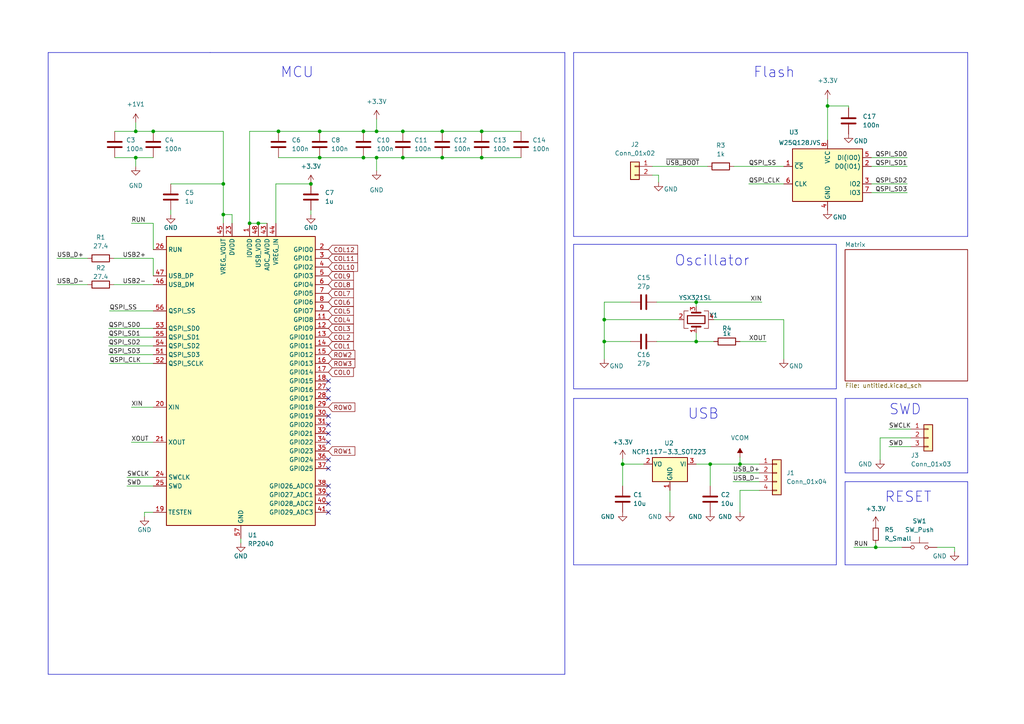
<source format=kicad_sch>
(kicad_sch (version 20230121) (generator eeschema)
  (paper "A4")
  (lib_symbols
    (symbol "Connector_Generic:Conn_01x02" (pin_names (offset 1.016) hide)
      (property "Reference" "J" (at 0 2.54 0))
      (property "Value" "Conn_01x02" (at 0 -5.08 0))
      (symbol "Conn_01x02_1_1"
        (rectangle (start -1.27 -2.413) (end 0 -2.667) (stroke (width 0.1524)))
        (rectangle (start -1.27 0.127) (end 0 -0.127) (stroke (width 0.1524)))
        (rectangle (start -1.27 1.27) (end 1.27 -3.81) (stroke (width 0.254)) (fill (type background)))
        (pin passive line (at -5.08 0 0) (length 3.81) (name "Pin_1") (number "1"))
        (pin passive line (at -5.08 -2.54 0) (length 3.81) (name "Pin_2") (number "2"))
      )
    )
    (symbol "Connector_Generic:Conn_01x03" (pin_names (offset 1.016) hide)
      (property "Reference" "J" (at 0 5.08 0))
      (property "Value" "Conn_01x03" (at 0 -5.08 0))
      (symbol "Conn_01x03_1_1"
        (rectangle (start -1.27 -2.413) (end 0 -2.667) (stroke (width 0.1524)))
        (rectangle (start -1.27 0.127) (end 0 -0.127) (stroke (width 0.1524)))
        (rectangle (start -1.27 2.667) (end 0 2.413) (stroke (width 0.1524)))
        (rectangle (start -1.27 3.81) (end 1.27 -3.81) (stroke (width 0.254)) (fill (type background)))
        (pin passive line (at -5.08 2.54 0) (length 3.81) (name "Pin_1") (number "1"))
        (pin passive line (at -5.08 0 0) (length 3.81) (name "Pin_2") (number "2"))
        (pin passive line (at -5.08 -2.54 0) (length 3.81) (name "Pin_3") (number "3"))
      )
    )
    (symbol "Connector_Generic:Conn_01x04" (pin_names (offset 1.016) hide)
      (property "Reference" "J" (at 0 5.08 0))
      (property "Value" "Conn_01x04" (at 0 -7.62 0))
      (symbol "Conn_01x04_1_1"
        (rectangle (start -1.27 -4.953) (end 0 -5.207) (stroke (width 0.1524)))
        (rectangle (start -1.27 -2.413) (end 0 -2.667) (stroke (width 0.1524)))
        (rectangle (start -1.27 0.127) (end 0 -0.127) (stroke (width 0.1524)))
        (rectangle (start -1.27 2.667) (end 0 2.413) (stroke (width 0.1524)))
        (rectangle (start -1.27 3.81) (end 1.27 -6.35) (stroke (width 0.254)) (fill (type background)))
        (pin passive line (at -5.08 2.54 0) (length 3.81) (name "Pin_1") (number "1"))
        (pin passive line (at -5.08 0 0) (length 3.81) (name "Pin_2") (number "2"))
        (pin passive line (at -5.08 -2.54 0) (length 3.81) (name "Pin_3") (number "3"))
        (pin passive line (at -5.08 -5.08 0) (length 3.81) (name "Pin_4") (number "4"))
      )
    )
    (symbol "Device:C" (pin_numbers hide) (pin_names (offset 0.254))
      (property "Reference" "C" (at 0.635 2.54 0))
      (property "Value" "C" (at 0.635 -2.54 0))
      (symbol "C_0_1"
        (polyline (pts (xy -2.032 -0.762) (xy 2.032 -0.762)) (stroke (width 0.508)))
        (polyline (pts (xy -2.032 0.762) (xy 2.032 0.762)) (stroke (width 0.508)))
      )
      (symbol "C_1_1"
        (pin passive line (at 0 3.81 270) (length 2.794) (name "~") (number "1"))
        (pin passive line (at 0 -3.81 90) (length 2.794) (name "~") (number "2"))
      )
    )
    (symbol "Device:Crystal_GND24" (pin_names (offset 1.016) hide)
      (property "Reference" "Y" (at 3.175 5.08 0))
      (property "Value" "Crystal_GND24" (at 3.175 3.175 0))
      (symbol "Crystal_GND24_0_1"
        (rectangle (start -1.143 2.54) (end 1.143 -2.54) (stroke (width 0.3048)))
        (polyline (pts (xy -2.54 0) (xy -2.032 0)))
        (polyline (pts (xy -2.032 -1.27) (xy -2.032 1.27)) (stroke (width 0.508)))
        (polyline (pts (xy 0 -3.81) (xy 0 -3.556)))
        (polyline (pts (xy 0 3.556) (xy 0 3.81)))
        (polyline (pts (xy 2.032 -1.27) (xy 2.032 1.27)) (stroke (width 0.508)))
        (polyline (pts (xy 2.032 0) (xy 2.54 0)))
        (polyline (pts (xy -2.54 -2.286) (xy -2.54 -3.556) (xy 2.54 -3.556) (xy 2.54 -2.286)))
        (polyline (pts (xy -2.54 2.286) (xy -2.54 3.556) (xy 2.54 3.556) (xy 2.54 2.286)))
      )
      (symbol "Crystal_GND24_1_1"
        (pin passive line (at -3.81 0 0) (length 1.27) (name "1") (number "1"))
        (pin passive line (at 0 5.08 270) (length 1.27) (name "2") (number "2"))
        (pin passive line (at 3.81 0 180) (length 1.27) (name "3") (number "3"))
        (pin passive line (at 0 -5.08 90) (length 1.27) (name "4") (number "4"))
      )
    )
    (symbol "Device:R" (pin_numbers hide) (pin_names (offset 0))
      (property "Reference" "R" (at 2.032 0 90))
      (property "Value" "R" (at 0 0 90))
      (symbol "R_0_1"
        (rectangle (start -1.016 -2.54) (end 1.016 2.54) (stroke (width 0.254)))
      )
      (symbol "R_1_1"
        (pin passive line (at 0 3.81 270) (length 1.27) (name "~") (number "1"))
        (pin passive line (at 0 -3.81 90) (length 1.27) (name "~") (number "2"))
      )
    )
    (symbol "Device:R_Small" (pin_numbers hide) (pin_names (offset 0.254) hide)
      (property "Reference" "R" (at 0.762 0.508 0))
      (property "Value" "R_Small" (at 0.762 -1.016 0))
      (symbol "R_Small_0_1"
        (rectangle (start -0.762 1.778) (end 0.762 -1.778) (stroke (width 0.2032)))
      )
      (symbol "R_Small_1_1"
        (pin passive line (at 0 2.54 270) (length 0.762) (name "~") (number "1"))
        (pin passive line (at 0 -2.54 90) (length 0.762) (name "~") (number "2"))
      )
    )
    (symbol "MCU_RaspberryPi:RP2040"
      (property "Reference" "U" (at 17.78 45.72 0))
      (property "Value" "RP2040" (at 17.78 43.18 0))
      (symbol "RP2040_0_1"
        (rectangle (start -21.59 41.91) (end 21.59 -41.91) (stroke (width 0.254)) (fill (type background)))
      )
      (symbol "RP2040_1_1"
        (pin power_in line (at 2.54 45.72 270) (length 3.81) (name "IOVDD") (number "1"))
        (pin passive line (at 2.54 45.72 270) (length 3.81) hide (name "IOVDD") (number "10"))
        (pin bidirectional line (at 25.4 17.78 180) (length 3.81) (name "GPIO8") (number "11"))
        (pin bidirectional line (at 25.4 15.24 180) (length 3.81) (name "GPIO9") (number "12"))
        (pin bidirectional line (at 25.4 12.7 180) (length 3.81) (name "GPIO10") (number "13"))
        (pin bidirectional line (at 25.4 10.16 180) (length 3.81) (name "GPIO11") (number "14"))
        (pin bidirectional line (at 25.4 7.62 180) (length 3.81) (name "GPIO12") (number "15"))
        (pin bidirectional line (at 25.4 5.08 180) (length 3.81) (name "GPIO13") (number "16"))
        (pin bidirectional line (at 25.4 2.54 180) (length 3.81) (name "GPIO14") (number "17"))
        (pin bidirectional line (at 25.4 0 180) (length 3.81) (name "GPIO15") (number "18"))
        (pin input line (at -25.4 -38.1 0) (length 3.81) (name "TESTEN") (number "19"))
        (pin bidirectional line (at 25.4 38.1 180) (length 3.81) (name "GPIO0") (number "2"))
        (pin input line (at -25.4 -7.62 0) (length 3.81) (name "XIN") (number "20"))
        (pin passive line (at -25.4 -17.78 0) (length 3.81) (name "XOUT") (number "21"))
        (pin passive line (at 2.54 45.72 270) (length 3.81) hide (name "IOVDD") (number "22"))
        (pin power_in line (at -2.54 45.72 270) (length 3.81) (name "DVDD") (number "23"))
        (pin output line (at -25.4 -27.94 0) (length 3.81) (name "SWCLK") (number "24"))
        (pin bidirectional line (at -25.4 -30.48 0) (length 3.81) (name "SWD") (number "25"))
        (pin input line (at -25.4 38.1 0) (length 3.81) (name "RUN") (number "26"))
        (pin bidirectional line (at 25.4 -2.54 180) (length 3.81) (name "GPIO16") (number "27"))
        (pin bidirectional line (at 25.4 -5.08 180) (length 3.81) (name "GPIO17") (number "28"))
        (pin bidirectional line (at 25.4 -7.62 180) (length 3.81) (name "GPIO18") (number "29"))
        (pin bidirectional line (at 25.4 35.56 180) (length 3.81) (name "GPIO1") (number "3"))
        (pin bidirectional line (at 25.4 -10.16 180) (length 3.81) (name "GPIO19") (number "30"))
        (pin bidirectional line (at 25.4 -12.7 180) (length 3.81) (name "GPIO20") (number "31"))
        (pin bidirectional line (at 25.4 -15.24 180) (length 3.81) (name "GPIO21") (number "32"))
        (pin passive line (at 2.54 45.72 270) (length 3.81) hide (name "IOVDD") (number "33"))
        (pin bidirectional line (at 25.4 -17.78 180) (length 3.81) (name "GPIO22") (number "34"))
        (pin bidirectional line (at 25.4 -20.32 180) (length 3.81) (name "GPIO23") (number "35"))
        (pin bidirectional line (at 25.4 -22.86 180) (length 3.81) (name "GPIO24") (number "36"))
        (pin bidirectional line (at 25.4 -25.4 180) (length 3.81) (name "GPIO25") (number "37"))
        (pin bidirectional line (at 25.4 -30.48 180) (length 3.81) (name "GPIO26_ADC0") (number "38"))
        (pin bidirectional line (at 25.4 -33.02 180) (length 3.81) (name "GPIO27_ADC1") (number "39"))
        (pin bidirectional line (at 25.4 33.02 180) (length 3.81) (name "GPIO2") (number "4"))
        (pin bidirectional line (at 25.4 -35.56 180) (length 3.81) (name "GPIO28_ADC2") (number "40"))
        (pin bidirectional line (at 25.4 -38.1 180) (length 3.81) (name "GPIO29_ADC3") (number "41"))
        (pin passive line (at 2.54 45.72 270) (length 3.81) hide (name "IOVDD") (number "42"))
        (pin power_in line (at 7.62 45.72 270) (length 3.81) (name "ADC_AVDD") (number "43"))
        (pin power_in line (at 10.16 45.72 270) (length 3.81) (name "VREG_IN") (number "44"))
        (pin power_out line (at -5.08 45.72 270) (length 3.81) (name "VREG_VOUT") (number "45"))
        (pin bidirectional line (at -25.4 27.94 0) (length 3.81) (name "USB_DM") (number "46"))
        (pin bidirectional line (at -25.4 30.48 0) (length 3.81) (name "USB_DP") (number "47"))
        (pin power_in line (at 5.08 45.72 270) (length 3.81) (name "USB_VDD") (number "48"))
        (pin passive line (at 2.54 45.72 270) (length 3.81) hide (name "IOVDD") (number "49"))
        (pin bidirectional line (at 25.4 30.48 180) (length 3.81) (name "GPIO3") (number "5"))
        (pin passive line (at -2.54 45.72 270) (length 3.81) hide (name "DVDD") (number "50"))
        (pin bidirectional line (at -25.4 7.62 0) (length 3.81) (name "QSPI_SD3") (number "51"))
        (pin output line (at -25.4 5.08 0) (length 3.81) (name "QSPI_SCLK") (number "52"))
        (pin bidirectional line (at -25.4 15.24 0) (length 3.81) (name "QSPI_SD0") (number "53"))
        (pin bidirectional line (at -25.4 10.16 0) (length 3.81) (name "QSPI_SD2") (number "54"))
        (pin bidirectional line (at -25.4 12.7 0) (length 3.81) (name "QSPI_SD1") (number "55"))
        (pin bidirectional line (at -25.4 20.32 0) (length 3.81) (name "QSPI_SS") (number "56"))
        (pin power_in line (at 0 -45.72 90) (length 3.81) (name "GND") (number "57"))
        (pin bidirectional line (at 25.4 27.94 180) (length 3.81) (name "GPIO4") (number "6"))
        (pin bidirectional line (at 25.4 25.4 180) (length 3.81) (name "GPIO5") (number "7"))
        (pin bidirectional line (at 25.4 22.86 180) (length 3.81) (name "GPIO6") (number "8"))
        (pin bidirectional line (at 25.4 20.32 180) (length 3.81) (name "GPIO7") (number "9"))
      )
    )
    (symbol "Memory_Flash:W25Q128JVS"
      (property "Reference" "U" (at -8.89 8.89 0))
      (property "Value" "W25Q128JVS" (at 7.62 8.89 0))
      (symbol "W25Q128JVS_0_1"
        (rectangle (start -10.16 7.62) (end 10.16 -7.62) (stroke (width 0.254)) (fill (type background)))
      )
      (symbol "W25Q128JVS_1_1"
        (pin input line (at -12.7 2.54 0) (length 2.54) (name "~{CS}") (number "1"))
        (pin bidirectional line (at 12.7 2.54 180) (length 2.54) (name "DO(IO1)") (number "2"))
        (pin bidirectional line (at 12.7 -2.54 180) (length 2.54) (name "IO2") (number "3"))
        (pin power_in line (at 0 -10.16 90) (length 2.54) (name "GND") (number "4"))
        (pin bidirectional line (at 12.7 5.08 180) (length 2.54) (name "DI(IO0)") (number "5"))
        (pin input line (at -12.7 -2.54 0) (length 2.54) (name "CLK") (number "6"))
        (pin bidirectional line (at 12.7 -5.08 180) (length 2.54) (name "IO3") (number "7"))
        (pin power_in line (at 0 10.16 270) (length 2.54) (name "VCC") (number "8"))
      )
    )
    (symbol "Regulator_Linear:NCP1117-3.3_SOT223" (pin_names (offset 0.254))
      (property "Reference" "U" (at -3.81 3.175 0))
      (property "Value" "NCP1117-3.3_SOT223" (at 0 3.175 0))
      (symbol "NCP1117-3.3_SOT223_0_1"
        (rectangle (start -5.08 -5.08) (end 5.08 1.905) (stroke (width 0.254)) (fill (type background)))
      )
      (symbol "NCP1117-3.3_SOT223_1_1"
        (pin power_in line (at 0 -7.62 90) (length 2.54) (name "GND") (number "1"))
        (pin power_out line (at 7.62 0 180) (length 2.54) (name "VO") (number "2"))
        (pin power_in line (at -7.62 0 0) (length 2.54) (name "VI") (number "3"))
      )
    )
    (symbol "Switch:SW_Push" (pin_numbers hide) (pin_names (offset 1.016) hide)
      (property "Reference" "SW" (at 1.27 2.54 0))
      (property "Value" "SW_Push" (at 0 -1.524 0))
      (symbol "SW_Push_0_1"
        (circle (center -2.032 0) (radius 0.508))
        (polyline (pts (xy 0 1.27) (xy 0 3.048)))
        (polyline (pts (xy 2.54 1.27) (xy -2.54 1.27)))
        (circle (center 2.032 0) (radius 0.508))
        (pin passive line (at -5.08 0 0) (length 2.54) (name "1") (number "1"))
        (pin passive line (at 5.08 0 180) (length 2.54) (name "2") (number "2"))
      )
    )
    (symbol "power:+1V1" (power) (pin_names (offset 0))
      (property "Value" "+1V1" (at 0 3.556 0))
      (symbol "+1V1_0_1"
        (polyline (pts (xy -0.762 1.27) (xy 0 2.54)))
        (polyline (pts (xy 0 0) (xy 0 2.54)))
        (polyline (pts (xy 0 2.54) (xy 0.762 1.27)))
      )
      (symbol "+1V1_1_1"
        (pin power_in line (at 0 0 90) (length 0) hide (name "+1V1") (number "1"))
      )
    )
    (symbol "power:+3.3V" (power) (pin_names (offset 0))
      (property "Value" "+3.3V" (at 0 3.556 0))
      (symbol "+3.3V_0_1"
        (polyline (pts (xy -0.762 1.27) (xy 0 2.54)))
        (polyline (pts (xy 0 0) (xy 0 2.54)))
        (polyline (pts (xy 0 2.54) (xy 0.762 1.27)))
      )
      (symbol "+3.3V_1_1"
        (pin power_in line (at 0 0 90) (length 0) hide (name "+3.3V") (number "1"))
      )
    )
    (symbol "power:GND" (power) (pin_names (offset 0))
      (property "Value" "GND" (at 0 -3.81 0))
      (symbol "GND_0_1"
        (polyline (pts (xy 0 0) (xy 0 -1.27) (xy 1.27 -1.27) (xy 0 -2.54) (xy -1.27 -1.27) (xy 0 -1.27)))
      )
      (symbol "GND_1_1"
        (pin power_in line (at 0 0 270) (length 0) hide (name "GND") (number "1"))
      )
    )
    (symbol "power:VCOM" (power) (pin_names (offset 0))
      (property "Value" "VCOM" (at 0 3.81 0))
      (symbol "VCOM_0_1"
        (polyline (pts (xy 0 0) (xy 0 2.54)))
        (polyline (pts (xy 0.762 1.27) (xy -0.762 1.27) (xy 0 2.54) (xy 0.762 1.27)) (fill (type outline)))
      )
      (symbol "VCOM_1_1"
        (pin power_in line (at 0 0 90) (length 0) hide (name "VCOM") (number "1"))
      )
    )
  )
  (junction (at 254 158.75))
  (junction (at 39.37 38.1))
  (junction (at 139.7 45.72))
  (junction (at 201.93 87.63))
  (junction (at 105.41 45.72))
  (junction (at 92.71 38.1))
  (junction (at 116.84 45.72))
  (junction (at 128.27 45.72))
  (junction (at 64.77 53.34))
  (junction (at 128.27 38.1))
  (junction (at 201.93 99.06))
  (junction (at 139.7 38.1))
  (junction (at 205.994 134.62))
  (junction (at 64.77 62.23))
  (junction (at 175.26 99.06))
  (junction (at 116.84 38.1))
  (junction (at 175.26 92.71))
  (junction (at 74.93 64.77))
  (junction (at 180.594 134.62))
  (junction (at 92.71 45.72))
  (junction (at 80.772 38.1))
  (junction (at 240.03 30.734))
  (junction (at 90.17 53.34))
  (junction (at 214.63 134.62))
  (junction (at 72.39 64.77))
  (junction (at 109.22 38.1))
  (junction (at 109.22 45.72))
  (junction (at 44.45 38.1))
  (junction (at 105.41 38.1))
  (junction (at 39.37 45.72))
  (no_connect (at 95.25 146.05))
  (no_connect (at 95.25 143.51))
  (no_connect (at 95.25 110.49))
  (no_connect (at 95.25 125.73))
  (no_connect (at 95.25 128.27))
  (no_connect (at 95.25 133.35))
  (no_connect (at 95.25 123.19))
  (no_connect (at 95.25 148.59))
  (no_connect (at 95.25 140.97))
  (no_connect (at 95.25 135.89))
  (no_connect (at 95.25 113.03))
  (no_connect (at 95.25 120.65))
  (no_connect (at 95.25 115.57))
  (wire (pts (xy 36.83 140.97) (xy 44.45 140.97)))
  (wire (pts (xy 39.37 45.72) (xy 44.45 45.72)))
  (wire (pts (xy 240.03 30.734) (xy 246.126 30.734)))
  (wire (pts (xy 252.73 45.72) (xy 263.144 45.72)))
  (wire (pts (xy 252.73 55.88) (xy 263.144 55.88)))
  (wire (pts (xy 69.85 157.48) (xy 69.85 156.21)))
  (wire (pts (xy 212.852 48.26) (xy 227.33 48.26)))
  (polyline (pts (xy 280.67 68.58) (xy 166.37 68.58)))
  (wire (pts (xy 31.496 102.87) (xy 44.45 102.87)))
  (polyline (pts (xy 245.11 137.16) (xy 280.67 137.16)))
  (wire (pts (xy 116.84 45.72) (xy 128.27 45.72)))
  (wire (pts (xy 214.63 142.24) (xy 220.218 142.24)))
  (wire (pts (xy 80.01 53.34) (xy 90.17 53.34)))
  (wire (pts (xy 214.63 148.59) (xy 214.63 142.24)))
  (wire (pts (xy 16.51 74.93) (xy 25.4 74.93)))
  (wire (pts (xy 109.22 49.53) (xy 109.22 45.72)))
  (wire (pts (xy 44.45 148.59) (xy 41.91 148.59)))
  (wire (pts (xy 31.75 105.41) (xy 44.45 105.41)))
  (wire (pts (xy 31.496 100.33) (xy 44.45 100.33)))
  (wire (pts (xy 257.81 124.46) (xy 264.16 124.46)))
  (wire (pts (xy 36.83 138.43) (xy 44.45 138.43)))
  (wire (pts (xy 212.598 139.7) (xy 220.218 139.7)))
  (wire (pts (xy 175.26 92.71) (xy 175.26 99.06)))
  (wire (pts (xy 64.77 64.77) (xy 64.77 62.23)))
  (wire (pts (xy 39.37 35.56) (xy 39.37 38.1)))
  (wire (pts (xy 214.63 99.06) (xy 222.25 99.06)))
  (polyline (pts (xy 166.37 115.57) (xy 242.57 115.57)))
  (wire (pts (xy 72.39 64.77) (xy 74.93 64.77)))
  (wire (pts (xy 201.93 99.06) (xy 190.5 99.06)))
  (wire (pts (xy 64.77 62.23) (xy 64.77 53.34)))
  (polyline (pts (xy 280.67 163.83) (xy 280.67 139.7)))
  (wire (pts (xy 217.17 53.34) (xy 227.33 53.34)))
  (polyline (pts (xy 245.11 163.83) (xy 280.67 163.83)))
  (wire (pts (xy 276.86 158.75) (xy 271.78 158.75)))
  (polyline (pts (xy 242.57 70.866) (xy 242.57 112.776)))
  (wire (pts (xy 72.39 64.77) (xy 72.39 38.1)))
  (wire (pts (xy 139.7 38.1) (xy 151.13 38.1)))
  (wire (pts (xy 201.93 88.9) (xy 201.93 87.63)))
  (wire (pts (xy 175.26 87.63) (xy 175.26 92.71)))
  (wire (pts (xy 247.65 158.75) (xy 254 158.75)))
  (polyline (pts (xy 60.96 15.24) (xy 13.97 15.24)))
  (wire (pts (xy 33.274 38.1) (xy 39.37 38.1)))
  (wire (pts (xy 180.594 133.096) (xy 180.594 134.62)))
  (wire (pts (xy 201.93 96.52) (xy 201.93 99.06)))
  (wire (pts (xy 39.37 45.72) (xy 39.37 48.26)))
  (wire (pts (xy 67.31 64.77) (xy 67.31 62.23)))
  (polyline (pts (xy 13.97 15.24) (xy 13.97 195.58)))
  (polyline (pts (xy 166.37 163.83) (xy 242.57 163.83)))
  (wire (pts (xy 175.26 92.71) (xy 196.85 92.71)))
  (wire (pts (xy 74.93 64.77) (xy 77.47 64.77)))
  (wire (pts (xy 31.496 97.79) (xy 44.45 97.79)))
  (wire (pts (xy 252.73 53.34) (xy 263.144 53.34)))
  (wire (pts (xy 201.93 87.63) (xy 220.98 87.63)))
  (wire (pts (xy 220.218 134.62) (xy 214.63 134.62)))
  (wire (pts (xy 39.37 38.1) (xy 44.45 38.1)))
  (wire (pts (xy 246.126 30.734) (xy 246.126 31.242)))
  (wire (pts (xy 92.71 38.1) (xy 105.41 38.1)))
  (wire (pts (xy 31.496 95.25) (xy 44.45 95.25)))
  (wire (pts (xy 64.77 53.34) (xy 49.53 53.34)))
  (wire (pts (xy 257.81 129.54) (xy 264.16 129.54)))
  (wire (pts (xy 105.41 45.72) (xy 109.22 45.72)))
  (wire (pts (xy 128.27 38.1) (xy 139.7 38.1)))
  (wire (pts (xy 72.39 38.1) (xy 80.772 38.1)))
  (wire (pts (xy 33.02 82.55) (xy 44.45 82.55)))
  (polyline (pts (xy 280.67 137.16) (xy 280.67 115.57)))
  (wire (pts (xy 80.01 64.77) (xy 80.01 53.34)))
  (wire (pts (xy 201.93 134.62) (xy 205.994 134.62)))
  (wire (pts (xy 212.598 137.16) (xy 220.218 137.16)))
  (wire (pts (xy 254 157.48) (xy 254 158.75)))
  (wire (pts (xy 180.594 134.62) (xy 186.69 134.62)))
  (wire (pts (xy 128.27 45.72) (xy 139.7 45.72)))
  (polyline (pts (xy 13.97 195.58) (xy 163.83 195.58)))
  (wire (pts (xy 16.51 82.55) (xy 25.4 82.55)))
  (wire (pts (xy 205.994 140.97) (xy 205.994 134.62)))
  (wire (pts (xy 80.772 38.1) (xy 92.71 38.1)))
  (polyline (pts (xy 60.96 15.24) (xy 163.83 15.24)))
  (wire (pts (xy 109.22 38.1) (xy 116.84 38.1)))
  (wire (pts (xy 276.86 160.02) (xy 276.86 158.75)))
  (polyline (pts (xy 242.57 163.83) (xy 242.57 115.57)))
  (wire (pts (xy 255.27 133.35) (xy 255.27 127)))
  (wire (pts (xy 207.01 92.71) (xy 227.33 92.71)))
  (wire (pts (xy 38.1 118.11) (xy 44.45 118.11)))
  (wire (pts (xy 189.23 50.8) (xy 191.008 50.8)))
  (wire (pts (xy 175.26 99.06) (xy 182.88 99.06)))
  (wire (pts (xy 252.73 48.26) (xy 263.144 48.26)))
  (polyline (pts (xy 166.37 15.24) (xy 166.37 68.58)))
  (polyline (pts (xy 245.11 115.57) (xy 245.11 137.16)))
  (wire (pts (xy 38.1 128.27) (xy 44.45 128.27)))
  (wire (pts (xy 64.77 53.34) (xy 64.77 38.1)))
  (polyline (pts (xy 166.37 15.24) (xy 280.67 15.24)))
  (wire (pts (xy 139.7 45.72) (xy 151.13 45.72)))
  (wire (pts (xy 189.23 48.26) (xy 205.232 48.26)))
  (polyline (pts (xy 166.37 115.57) (xy 166.37 163.83)))
  (wire (pts (xy 201.93 99.06) (xy 207.01 99.06)))
  (polyline (pts (xy 242.57 112.776) (xy 166.37 112.776)))
  (wire (pts (xy 33.274 45.72) (xy 39.37 45.72)))
  (wire (pts (xy 109.22 45.72) (xy 116.84 45.72)))
  (wire (pts (xy 92.71 45.72) (xy 105.41 45.72)))
  (wire (pts (xy 240.03 28.702) (xy 240.03 30.734)))
  (wire (pts (xy 116.84 38.1) (xy 128.27 38.1)))
  (wire (pts (xy 194.31 142.24) (xy 194.31 148.59)))
  (polyline (pts (xy 245.11 139.7) (xy 280.67 139.7)))
  (wire (pts (xy 90.17 60.96) (xy 90.17 62.23)))
  (wire (pts (xy 214.63 134.62) (xy 205.994 134.62)))
  (wire (pts (xy 201.93 87.63) (xy 190.5 87.63)))
  (wire (pts (xy 255.27 127) (xy 264.16 127)))
  (wire (pts (xy 49.53 60.96) (xy 49.53 62.23)))
  (wire (pts (xy 227.33 92.71) (xy 227.33 104.14)))
  (wire (pts (xy 31.75 90.17) (xy 44.45 90.17)))
  (wire (pts (xy 214.63 134.62) (xy 214.63 132.588)))
  (wire (pts (xy 182.88 87.63) (xy 175.26 87.63)))
  (wire (pts (xy 109.22 34.544) (xy 109.22 38.1)))
  (wire (pts (xy 175.26 99.06) (xy 175.26 104.14)))
  (polyline (pts (xy 166.37 70.866) (xy 242.57 70.866)))
  (wire (pts (xy 44.45 80.01) (xy 44.45 74.93)))
  (wire (pts (xy 80.772 45.72) (xy 92.71 45.72)))
  (wire (pts (xy 254 158.75) (xy 261.62 158.75)))
  (polyline (pts (xy 245.11 139.7) (xy 245.11 163.83)))
  (wire (pts (xy 41.91 148.59) (xy 41.91 149.86)))
  (wire (pts (xy 191.008 50.8) (xy 191.008 52.832)))
  (polyline (pts (xy 280.67 15.24) (xy 280.67 68.58)))
  (wire (pts (xy 180.594 134.62) (xy 180.594 140.97)))
  (wire (pts (xy 38.1 64.77) (xy 44.45 64.77)))
  (wire (pts (xy 240.03 30.734) (xy 240.03 40.64)))
  (polyline (pts (xy 163.83 195.58) (xy 163.83 15.24)))
  (wire (pts (xy 64.77 38.1) (xy 44.45 38.1)))
  (polyline (pts (xy 166.37 70.866) (xy 166.37 112.776)))
  (polyline (pts (xy 245.11 115.57) (xy 280.67 115.57)))
  (wire (pts (xy 105.41 38.1) (xy 109.22 38.1)))
  (wire (pts (xy 64.77 62.23) (xy 67.31 62.23)))
  (wire (pts (xy 44.45 74.93) (xy 33.02 74.93)))
  (wire (pts (xy 44.45 64.77) (xy 44.45 72.39)))
  (text "MCU" (at 81.28 22.86 0) (effects (font (size 3 3)) (justify left bottom)))
  (text "SWD" (at 257.81 120.65 0) (effects (font (size 3 3)) (justify left bottom)))
  (text "RESET" (at 256.54 146.05 0) (effects (font (size 3 3)) (justify left bottom)))
  (text "Oscillator" (at 195.58 77.47 0) (effects (font (size 3 3)) (justify left bottom)))
  (text "USB" (at 199.39 121.92 0) (effects (font (size 3 3)) (justify left bottom)))
  (text "Flash" (at 218.44 22.86 0) (effects (font (size 3 3)) (justify left bottom)))
  (label "QSPI_SD1" (at 263.144 48.26 180))
  (label "SWCLK" (at 36.83 138.43 0))
  (label "QSPI_CLK" (at 217.17 53.34 0))
  (label "QSPI_SD2" (at 263.144 53.34 180))
  (label "QSPI_SD1" (at 31.496 97.79 0))
  (label "RUN" (at 38.1 64.77 0))
  (label "SWD" (at 36.83 140.97 0))
  (label "QSPI_SS" (at 217.17 48.26 0))
  (label "USB_D+" (at 16.51 74.93 0))
  (label "USB_D+" (at 212.598 137.16 0))
  (label "RUN" (at 247.65 158.75 0))
  (label "QSPI_CLK" (at 31.75 105.41 0))
  (label "XIN" (at 220.98 87.63 180))
  (label "QSPI_SD3" (at 31.496 102.87 0))
  (label "SWD" (at 257.81 129.54 0))
  (label "USB_D-" (at 16.51 82.55 0))
  (label "QSPI_SD0" (at 31.496 95.25 0))
  (label "XOUT" (at 222.25 99.06 180))
  (label "USB_D-" (at 212.598 139.7 0))
  (label "QSPI_SS" (at 31.75 90.17 0))
  (label "QSPI_SD2" (at 31.496 100.33 0))
  (label "QSPI_SD0" (at 263.144 45.72 180))
  (label "XOUT" (at 38.1 128.27 0))
  (label "USB2+" (at 35.56 74.93 0))
  (label "~{USB_BOOT}" (at 193.04 48.26 0))
  (label "XIN" (at 38.1 118.11 0))
  (label "QSPI_SD3" (at 263.144 55.88 180))
  (label "USB2-" (at 35.56 82.55 0))
  (label "SWCLK" (at 257.81 124.46 0))
  (global_label "COL12" (shape input) (at 95.25 72.39 0) (property "Intersheetrefs" "${INTERSHEET_REFS}" (effects hide)))
  (global_label "COL2" (shape input) (at 95.25 97.79 0) (property "Intersheetrefs" "${INTERSHEET_REFS}" (effects hide)))
  (global_label "COL3" (shape input) (at 95.25 95.25 0) (property "Intersheetrefs" "${INTERSHEET_REFS}" (effects hide)))
  (global_label "COL4" (shape input) (at 95.25 92.71 0) (property "Intersheetrefs" "${INTERSHEET_REFS}" (effects hide)))
  (global_label "COL0" (shape input) (at 95.25 107.95 0) (property "Intersheetrefs" "${INTERSHEET_REFS}" (effects hide)))
  (global_label "COL11" (shape input) (at 95.25 74.93 0) (property "Intersheetrefs" "${INTERSHEET_REFS}" (effects hide)))
  (global_label "COL7" (shape input) (at 95.25 85.09 0) (property "Intersheetrefs" "${INTERSHEET_REFS}" (effects hide)))
  (global_label "COL1" (shape input) (at 95.25 100.33 0) (property "Intersheetrefs" "${INTERSHEET_REFS}" (effects hide)))
  (global_label "ROW3" (shape input) (at 95.25 105.41 0) (property "Intersheetrefs" "${INTERSHEET_REFS}" (effects hide)))
  (global_label "COL5" (shape input) (at 95.25 90.17 0) (property "Intersheetrefs" "${INTERSHEET_REFS}" (effects hide)))
  (global_label "COL10" (shape input) (at 95.25 77.47 0) (property "Intersheetrefs" "${INTERSHEET_REFS}" (effects hide)))
  (global_label "COL9" (shape input) (at 95.25 80.01 0) (property "Intersheetrefs" "${INTERSHEET_REFS}" (effects hide)))
  (global_label "COL6" (shape input) (at 95.25 87.63 0) (property "Intersheetrefs" "${INTERSHEET_REFS}" (effects hide)))
  (global_label "ROW1" (shape input) (at 95.25 130.81 0) (property "Intersheetrefs" "${INTERSHEET_REFS}" (effects hide)))
  (global_label "ROW2" (shape input) (at 95.25 102.87 0) (property "Intersheetrefs" "${INTERSHEET_REFS}" (effects hide)))
  (global_label "COL8" (shape input) (at 95.25 82.55 0) (property "Intersheetrefs" "${INTERSHEET_REFS}" (effects hide)))
  (global_label "ROW0" (shape input) (at 95.25 118.11 0) (property "Intersheetrefs" "${INTERSHEET_REFS}" (effects hide)))
  (symbol (lib_id "power:GND") (at 175.26 104.14 0) (unit 1)
    (property "Reference" "#PWR07" (effects hide))
    (property "Value" "GND" (at 178.816 106.172 0))
  )
  (symbol (lib_id "power:GND") (at 194.31 148.59 0) (unit 1)
    (property "Reference" "#PWR0103" (effects hide))
    (property "Value" "GND" (at 192.024 149.8601 0) (effects (justify right)))
  )
  (symbol (lib_id "Device:C") (at 44.45 41.91 0) (unit 1)
    (property "Reference" "C4" (at 47.752 40.6399 0) (effects (justify left)))
    (property "Value" "100n" (at 47.752 43.1799 0) (effects (justify left)))
    (property "Footprint" "Capacitor_SMD:C_0402_1005Metric" (effects hide))
  )
  (symbol (lib_id "Device:C") (at 92.71 41.91 0) (unit 1)
    (property "Reference" "C8" (at 96.012 40.6399 0) (effects (justify left)))
    (property "Value" "100n" (at 96.012 43.1799 0) (effects (justify left)))
    (property "Footprint" "Capacitor_SMD:C_0402_1005Metric" (effects hide))
  )
  (symbol (lib_id "power:+3.3V") (at 240.03 28.702 0) (unit 1)
    (property "Reference" "#PWR09" (effects hide))
    (property "Value" "+3.3V" (at 240.03 23.368 0))
  )
  (symbol (lib_id "Device:C") (at 116.84 41.91 0) (unit 1)
    (property "Reference" "C11" (at 120.142 40.6399 0) (effects (justify left)))
    (property "Value" "100n" (at 120.142 43.1799 0) (effects (justify left)))
    (property "Footprint" "Capacitor_SMD:C_0402_1005Metric" (effects hide))
  )
  (symbol (lib_id "power:+3.3V") (at 109.22 34.544 0) (unit 1)
    (property "Reference" "#PWR05" (effects hide))
    (property "Value" "+3.3V" (at 109.22 29.464 0))
  )
  (symbol (lib_id "power:GND") (at 180.594 148.59 0) (unit 1)
    (property "Reference" "#PWR0104" (effects hide))
    (property "Value" "GND" (at 178.308 149.8601 0) (effects (justify right)))
  )
  (symbol (lib_id "power:GND") (at 109.22 49.53 0) (unit 1)
    (property "Reference" "#PWR06" (effects hide))
    (property "Value" "GND" (at 109.22 55.118 0))
  )
  (symbol (lib_id "Device:C") (at 90.17 57.15 0) (unit 1)
    (property "Reference" "C7" (at 94.234 55.8799 0) (effects (justify left)))
    (property "Value" "1u" (at 94.234 58.4199 0) (effects (justify left)))
    (property "Footprint" "Capacitor_SMD:C_0402_1005Metric" (effects hide))
  )
  (symbol (lib_id "Device:C") (at 180.594 144.78 180) (unit 1)
    (property "Reference" "C1" (at 183.642 143.5099 0) (effects (justify right)))
    (property "Value" "10u" (at 183.642 146.0499 0) (effects (justify right)))
    (property "Footprint" "Capacitor_SMD:C_0402_1005Metric" (effects hide))
  )
  (symbol (lib_id "power:GND") (at 214.63 148.59 0) (unit 1)
    (property "Reference" "#PWR0106" (effects hide))
    (property "Value" "GND" (at 210.312 149.86 0))
  )
  (symbol (lib_id "Device:C") (at 49.53 57.15 0) (unit 1)
    (property "Reference" "C5" (at 53.594 55.8799 0) (effects (justify left)))
    (property "Value" "1u" (at 53.594 58.4199 0) (effects (justify left)))
    (property "Footprint" "Capacitor_SMD:C_0402_1005Metric" (effects hide))
  )
  (symbol (lib_id "power:GND") (at 246.126 38.862 0) (unit 1)
    (property "Reference" "#PWR011" (effects hide))
    (property "Value" "GND" (at 249.682 40.894 0))
  )
  (symbol (lib_id "power:GND") (at 191.008 52.832 0) (unit 1)
    (property "Reference" "#PWR08" (effects hide))
    (property "Value" "GND" (at 194.564 54.864 0))
  )
  (symbol (lib_id "Device:C") (at 105.41 41.91 0) (unit 1)
    (property "Reference" "C10" (at 109.22 40.6399 0) (effects (justify left)))
    (property "Value" "100n" (at 109.22 43.1799 0) (effects (justify left)))
    (property "Footprint" "Capacitor_SMD:C_0402_1005Metric" (effects hide))
  )
  (symbol (lib_id "Switch:SW_Push") (at 266.7 158.75 0) (unit 1)
    (property "Reference" "SW1" (at 266.7 151.13 0))
    (property "Value" "SW_Push" (at 266.7 153.67 0))
    (property "Footprint" "Button_Switch_SMD:SW_SPST_TL3342" (effects hide))
  )
  (symbol (lib_id "power:GND") (at 276.86 160.02 0) (unit 1)
    (property "Reference" "#PWR0110" (effects hide))
    (property "Value" "GND" (at 272.542 161.29 0))
  )
  (symbol (lib_id "power:+3.3V") (at 90.17 53.34 0) (unit 1)
    (property "Reference" "#PWR0107" (effects hide))
    (property "Value" "+3.3V" (at 90.17 48.26 0))
  )
  (symbol (lib_id "Device:C") (at 33.274 41.91 0) (unit 1)
    (property "Reference" "C3" (at 36.576 40.6399 0) (effects (justify left)))
    (property "Value" "100n" (at 36.576 43.1799 0) (effects (justify left)))
    (property "Footprint" "Capacitor_SMD:C_0402_1005Metric" (effects hide))
  )
  (symbol (lib_id "MCU_RaspberryPi:RP2040") (at 69.85 110.49 0) (unit 1)
    (property "Reference" "U1" (at 71.8694 155.194 0) (effects (justify left)))
    (property "Value" "RP2040" (at 71.8694 157.734 0) (effects (justify left)))
    (property "Footprint" "Package_DFN_QFN:QFN-56-1EP_7x7mm_P0.4mm_EP3.2x3.2mm" (effects hide))
    (property "Datasheet" "https://datasheets.raspberrypi.com/rp2040/rp2040-datasheet.pdf" (effects hide))
  )
  (symbol (lib_id "Device:R_Small") (at 254 154.94 0) (unit 1)
    (property "Reference" "R5" (at 256.54 153.6699 0) (effects (justify left)))
    (property "Value" "R_Small" (at 256.54 156.2099 0) (effects (justify left)))
    (property "Footprint" "Resistor_SMD:R_0402_1005Metric" (effects hide))
  )
  (symbol (lib_id "Device:R") (at 29.21 74.93 90) (unit 1)
    (property "Reference" "R1" (at 29.21 68.834 90))
    (property "Value" "27.4" (at 29.21 71.374 90))
    (property "Footprint" "Resistor_SMD:R_0402_1005Metric" (effects hide))
  )
  (symbol (lib_id "Device:R") (at 210.82 99.06 90) (unit 1)
    (property "Reference" "R4" (at 210.82 95.25 90))
    (property "Value" "1k" (at 210.82 96.774 90))
    (property "Footprint" "Resistor_SMD:R_0402_1005Metric" (effects hide))
  )
  (symbol (lib_id "power:GND") (at 69.85 157.48 0) (unit 1)
    (property "Reference" "#PWR0108" (effects hide))
    (property "Value" "GND" (at 69.85 161.29 0))
  )
  (symbol (lib_id "Device:C") (at 186.69 87.63 90) (unit 1)
    (property "Reference" "C15" (at 186.69 80.518 90))
    (property "Value" "27p" (at 186.69 83.058 90))
    (property "Footprint" "Capacitor_SMD:C_0402_1005Metric" (effects hide))
  )
  (symbol (lib_id "power:GND") (at 205.994 148.59 0) (unit 1)
    (property "Reference" "#PWR0101" (effects hide))
    (property "Value" "GND" (at 203.708 149.8601 0) (effects (justify right)))
  )
  (symbol (lib_id "Regulator_Linear:NCP1117-3.3_SOT223") (at 194.31 134.62 0) (mirror y) (unit 1)
    (property "Reference" "U2" (at 194.056 128.524 0))
    (property "Value" "NCP1117-3.3_SOT223" (at 194.056 131.064 0))
    (property "Footprint" "Package_TO_SOT_SMD:SOT-223-3_TabPin2" (effects hide))
    (property "Datasheet" "http://www.onsemi.com/pub_link/Collateral/NCP1117-D.PDF" (effects hide))
  )
  (symbol (lib_id "power:GND") (at 41.91 149.86 0) (unit 1)
    (property "Reference" "#PWR0109" (effects hide))
    (property "Value" "GND" (at 41.91 153.67 0))
  )
  (symbol (lib_id "power:+1V1") (at 39.37 35.56 0) (unit 1)
    (property "Reference" "#PWR01" (effects hide))
    (property "Value" "+1V1" (at 39.37 30.226 0))
  )
  (symbol (lib_id "power:GND") (at 227.33 104.14 0) (unit 1)
    (property "Reference" "#PWR0113" (effects hide))
    (property "Value" "GND" (at 230.886 106.172 0))
  )
  (symbol (lib_id "Memory_Flash:W25Q128JVS") (at 240.03 50.8 0) (unit 1)
    (property "Reference" "U3" (at 228.854 38.354 0) (effects (justify left)))
    (property "Value" "W25Q128JVS" (at 225.806 41.402 0) (effects (justify left)))
    (property "Footprint" "Package_SO:SOIC-8_5.23x5.23mm_P1.27mm" (effects hide))
    (property "Datasheet" "http://www.winbond.com/resource-files/w25q128jv_dtr%20revc%2003272018%20plus.pdf" (effects hide))
  )
  (symbol (lib_id "Device:R") (at 209.042 48.26 90) (unit 1)
    (property "Reference" "R3" (at 209.042 42.164 90))
    (property "Value" "1k" (at 209.042 44.704 90))
    (property "Footprint" "Resistor_SMD:R_0402_1005Metric" (effects hide))
  )
  (symbol (lib_id "Device:C") (at 80.772 41.91 0) (unit 1)
    (property "Reference" "C6" (at 84.582 40.6399 0) (effects (justify left)))
    (property "Value" "100n" (at 84.582 43.1799 0) (effects (justify left)))
    (property "Footprint" "Capacitor_SMD:C_0402_1005Metric" (effects hide))
  )
  (symbol (lib_id "Device:C") (at 205.994 144.78 180) (unit 1)
    (property "Reference" "C2" (at 209.042 143.5099 0) (effects (justify right)))
    (property "Value" "10u" (at 209.042 146.0499 0) (effects (justify right)))
    (property "Footprint" "Capacitor_SMD:C_0402_1005Metric" (effects hide))
  )
  (symbol (lib_id "Connector_Generic:Conn_01x04") (at 225.298 137.16 0) (unit 1)
    (property "Reference" "J1" (at 228.092 137.1599 0) (effects (justify left)))
    (property "Value" "Conn_01x04" (at 228.092 139.6999 0) (effects (justify left)))
    (property "Footprint" "ddkb:JST_SH_SM04B-SRSS-TB_04x1.00mm_Angled" (effects hide))
  )
  (symbol (lib_id "power:+3.3V") (at 180.594 133.096 0) (unit 1)
    (property "Reference" "#PWR0102" (effects hide))
    (property "Value" "+3.3V" (at 180.594 128.27 0))
  )
  (symbol (lib_id "Device:C") (at 186.69 99.06 90) (unit 1)
    (property "Reference" "C16" (at 186.69 102.87 90))
    (property "Value" "27p" (at 186.69 105.41 90))
    (property "Footprint" "Capacitor_SMD:C_0402_1005Metric" (effects hide))
  )
  (symbol (lib_id "power:GND") (at 240.03 60.96 0) (unit 1)
    (property "Reference" "#PWR010" (effects hide))
    (property "Value" "GND" (at 243.586 62.992 0))
  )
  (symbol (lib_id "Device:Crystal_GND24") (at 201.93 92.71 90) (unit 1)
    (property "Reference" "Y1" (at 205.74 91.4399 90) (effects (justify right)))
    (property "Value" "YSX321SL" (at 196.85 86.36 90) (effects (justify right)))
    (property "Footprint" "Crystal:Crystal_SMD_3225-4Pin_3.2x2.5mm" (effects hide))
  )
  (symbol (lib_id "Connector_Generic:Conn_01x03") (at 269.24 127 0) (unit 1)
    (property "Reference" "J3" (at 264.16 132.08 0) (effects (justify left)))
    (property "Value" "Conn_01x03" (at 264.16 134.62 0) (effects (justify left)))
    (property "Footprint" "Connector_PinHeader_2.54mm:PinHeader_1x03_P2.54mm_Vertical" (effects hide))
  )
  (symbol (lib_id "Device:C") (at 128.27 41.91 0) (unit 1)
    (property "Reference" "C12" (at 131.572 40.6399 0) (effects (justify left)))
    (property "Value" "100n" (at 131.572 43.1799 0) (effects (justify left)))
    (property "Footprint" "Capacitor_SMD:C_0402_1005Metric" (effects hide))
  )
  (symbol (lib_id "Connector_Generic:Conn_01x02") (at 184.15 48.26 0) (mirror y) (unit 1)
    (property "Reference" "J2" (at 184.15 41.91 0))
    (property "Value" "Conn_01x02" (at 184.15 44.45 0))
    (property "Footprint" "Button_Switch_SMD:SW_SPST_CK_RS282G05A3" (effects hide))
  )
  (symbol (lib_id "Device:C") (at 246.126 35.052 0) (unit 1)
    (property "Reference" "C17" (at 250.19 33.7819 0) (effects (justify left)))
    (property "Value" "100n" (at 250.19 36.3219 0) (effects (justify left)))
    (property "Footprint" "Capacitor_SMD:C_0402_1005Metric" (effects hide))
  )
  (symbol (lib_id "Device:R") (at 29.21 82.55 90) (unit 1)
    (property "Reference" "R2" (at 29.21 77.724 90))
    (property "Value" "27.4" (at 29.21 80.264 90))
    (property "Footprint" "Resistor_SMD:R_0402_1005Metric" (effects hide))
  )
  (symbol (lib_id "Device:C") (at 151.13 41.91 0) (unit 1)
    (property "Reference" "C14" (at 154.432 40.6399 0) (effects (justify left)))
    (property "Value" "100n" (at 154.432 43.1799 0) (effects (justify left)))
    (property "Footprint" "Capacitor_SMD:C_0402_1005Metric" (effects hide))
  )
  (symbol (lib_id "power:VCOM") (at 214.63 132.588 0) (unit 1)
    (property "Reference" "#PWR0105" (effects hide))
    (property "Value" "VCOM" (at 214.63 127 0))
  )
  (symbol (lib_id "power:GND") (at 39.37 48.26 0) (unit 1)
    (property "Reference" "#PWR02" (effects hide))
    (property "Value" "GND" (at 39.37 53.848 0))
  )
  (symbol (lib_id "power:GND") (at 255.27 133.35 0) (unit 1)
    (property "Reference" "#PWR0111" (effects hide))
    (property "Value" "GND" (at 250.952 134.62 0))
  )
  (symbol (lib_id "Device:C") (at 139.7 41.91 0) (unit 1)
    (property "Reference" "C13" (at 143.002 40.6399 0) (effects (justify left)))
    (property "Value" "100n" (at 143.002 43.1799 0) (effects (justify left)))
    (property "Footprint" "Capacitor_SMD:C_0402_1005Metric" (effects hide))
  )
  (symbol (lib_id "power:GND") (at 49.53 62.23 0) (unit 1)
    (property "Reference" "#PWR03" (effects hide))
    (property "Value" "GND" (at 49.53 66.04 0))
  )
  (symbol (lib_id "power:GND") (at 90.17 62.23 0) (unit 1)
    (property "Reference" "#PWR04" (effects hide))
    (property "Value" "GND" (at 90.17 66.04 0))
  )
  (symbol (lib_id "power:+3.3V") (at 254 152.4 0) (unit 1)
    (property "Reference" "#PWR0112" (effects hide))
    (property "Value" "+3.3V" (at 254 147.574 0))
  )
  (sheet (at 245.11 72.39) (size 35.56 38.1) (stroke (width 0.1524))
    (property "Sheetname" "Matrix" (at 245.11 71.6784 0) (effects (justify left bottom)))
    (property "Sheetfile" "untitled.kicad_sch" (at 245.11 111.0746 0) (effects (justify left top)))
  )
)
</source>
